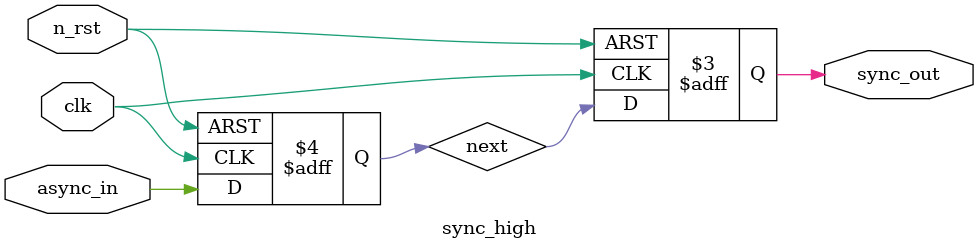
<source format=sv>

`timescale 1ns / 100ps
module sync_high
(

	input wire clk,
	input wire n_rst,
	input wire async_in,
	output reg sync_out

);



reg next;
always_ff @ (posedge clk, negedge n_rst)
begin
	if (0 == n_rst)
	begin
		next <= 1;
		sync_out <= 1;
	end
	
	else
	begin
		next <= async_in;
		sync_out <= next;
		
	end
end












endmodule
/*
	reg signal1;
	reg signal2;

	always_ff @ (posedge clk, negedge n_rst)
	begin : sync1
		if(1'b0 == n_rst)
		begin
			signal1 <= 1;
		end
		else
		begin
			signal1 <= async_in;
		end
	end

	always_ff @ (posedge clk, negedge n_rst)
	begin : sync2
		if(1'b0 == n_rst)
		begin
			signal2 <= 1;
		end
		else
		begin
			if( 1'b1 == signal1 ) 
			begin
				signal2 <= signal1;
			end
			else
			begin
				signal2 <= 0;
			end
		end	
	end
	assign sync_out = signal2;

endmodule
*//*
`timescale 1ns /100ps

module adder_1bit
(
	input wire a,
	input wire b,
	input wire carry_in,
	
	output reg sum,
	output reg carry_out
);
 
always @ (a,b, carry_in)
   begin
      assert(( a == 1'b1) || (a == 1'b0))
      else $error("Input 'a' of component is not a digital logic value");

      assert((b == 1'b1) || (b == 1'b0))
      else $error("Input 'b' of component is not a digital logic value");

      assert((carry_in == 1'b1) || (carry_in == 1'b0))
      else $error("Input 'carry_in' of component is not a digital logic value");
	
   end



  assign sum = carry_in ^ (a ^ b);
  assign carry_out = ((! carry_in) & b & a) | (carry_in & (b | a));


   
   always @ (a, b, carry_in)
   begin
     #(2) assert (((a+b+carry_in)%2) == sum)
       else $error("Output 's' of first 1 bit adder is not correct");
   end
	

endmodule
*//*
`timescale 1ns /100ps

module adder_1bit
(
	input wire a,
	input wire b,
	input wire carry_in,
	
	output reg sum,
	output reg carry_out
);
 
always @ (a,b, carry_in)
   begin
      assert(( a == 1'b1) || (a == 1'b0))
      else $error("Input 'a' of component is not a digital logic value");

      assert((b == 1'b1) || (b == 1'b0))
      else $error("Input 'b' of component is not a digital logic value");

      assert((carry_in == 1'b1) || (carry_in == 1'b0))
      else $error("Input 'carry_in' of component is not a digital logic value");
	
   end



  assign sum = carry_in ^ (a ^ b);
  assign carry_out = ((! carry_in) & b & a) | (carry_in & (b | a));


   
   always @ (a, b, carry_in)
   begin
     #(2) assert (((a+b+carry_in)%2) == sum)
       else $error("Output 's' of first 1 bit adder is not correct");
   end
	

endmodule
*/
</source>
